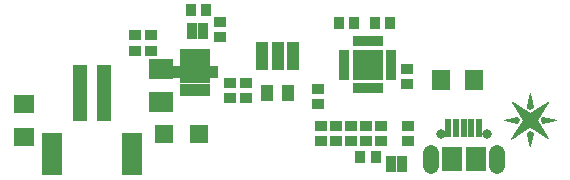
<source format=gbs>
G75*
%MOIN*%
%OFA0B0*%
%FSLAX24Y24*%
%IPPOS*%
%LPD*%
%AMOC8*
5,1,8,0,0,1.08239X$1,22.5*
%
%ADD10R,0.0198X0.0375*%
%ADD11R,0.0375X0.0198*%
%ADD12R,0.1024X0.1024*%
%ADD13R,0.0197X0.0415*%
%ADD14R,0.1025X0.0730*%
%ADD15R,0.0356X0.0190*%
%ADD16R,0.0592X0.0592*%
%ADD17R,0.0434X0.0356*%
%ADD18R,0.0356X0.0434*%
%ADD19R,0.0395X0.0552*%
%ADD20R,0.0474X0.1891*%
%ADD21R,0.0710X0.1419*%
%ADD22R,0.0710X0.0631*%
%ADD23R,0.0631X0.0710*%
%ADD24R,0.0789X0.0710*%
%ADD25R,0.0237X0.0611*%
%ADD26R,0.0671X0.0828*%
%ADD27C,0.0316*%
%ADD28C,0.0517*%
%ADD29R,0.0330X0.0580*%
%ADD30R,0.0395X0.0946*%
%ADD31C,0.0010*%
D10*
X015806Y004213D03*
X016003Y004213D03*
X016200Y004213D03*
X016397Y004213D03*
X016594Y004213D03*
X016594Y005787D03*
X016397Y005787D03*
X016200Y005787D03*
X016003Y005787D03*
X015806Y005787D03*
D11*
X015413Y005394D03*
X015413Y005197D03*
X015413Y005000D03*
X015413Y004803D03*
X015413Y004606D03*
X016987Y004606D03*
X016987Y004803D03*
X016987Y005000D03*
X016987Y005197D03*
X016987Y005394D03*
D12*
X016200Y005000D03*
D13*
X010844Y005331D03*
X010647Y005331D03*
X010450Y005331D03*
X010253Y005331D03*
X010056Y005331D03*
X010056Y004169D03*
X010253Y004169D03*
X010450Y004169D03*
X010647Y004169D03*
X010844Y004169D03*
D14*
X010450Y004750D03*
D15*
X011041Y004652D03*
X011041Y004848D03*
X009859Y004848D03*
X009859Y004652D03*
D16*
X009409Y002700D03*
X010591Y002700D03*
D17*
X011600Y003894D03*
X012150Y003894D03*
X012150Y004406D03*
X011600Y004406D03*
X008980Y005464D03*
X008440Y005464D03*
X008440Y005976D03*
X008980Y005976D03*
X011280Y005924D03*
X011280Y006436D03*
X014550Y004206D03*
X014550Y003694D03*
X014650Y002956D03*
X015150Y002956D03*
X015650Y002956D03*
X016150Y002956D03*
X016650Y002956D03*
X017550Y002956D03*
X017550Y002444D03*
X016650Y002444D03*
X016150Y002444D03*
X015650Y002444D03*
X015150Y002444D03*
X014650Y002444D03*
X017500Y004344D03*
X017500Y004856D03*
D18*
X016956Y006400D03*
X016444Y006400D03*
X015756Y006400D03*
X015244Y006400D03*
X010816Y006810D03*
X010304Y006810D03*
X015954Y001920D03*
X016466Y001920D03*
D19*
X013554Y004050D03*
X012846Y004050D03*
D20*
X007394Y004057D03*
X006606Y004057D03*
D21*
X005661Y002009D03*
X008339Y002009D03*
D22*
X004750Y002599D03*
X004750Y003701D03*
D23*
X018649Y004500D03*
X019751Y004500D03*
D24*
X009300Y004851D03*
X009300Y003749D03*
D25*
X018888Y002903D03*
X019144Y002903D03*
X019400Y002903D03*
X019656Y002903D03*
X019912Y002903D03*
D26*
X019006Y001854D03*
X019794Y001850D03*
D27*
X020168Y002677D03*
X018632Y002677D03*
D28*
X018307Y002068D02*
X018307Y001632D01*
X020493Y001632D02*
X020493Y002068D01*
D29*
X017327Y001700D03*
X016973Y001700D03*
X010697Y006120D03*
X010343Y006120D03*
D30*
X012669Y005300D03*
X013200Y005300D03*
X013712Y005300D03*
D31*
X020740Y003160D02*
X021180Y003250D01*
X021240Y003160D01*
X021180Y003070D01*
X020740Y003160D01*
X020754Y003157D02*
X021238Y003157D01*
X021236Y003166D02*
X020767Y003166D01*
X020796Y003149D02*
X021232Y003149D01*
X021227Y003140D02*
X020837Y003140D01*
X020879Y003132D02*
X021221Y003132D01*
X021215Y003123D02*
X020921Y003123D01*
X020962Y003115D02*
X021210Y003115D01*
X021204Y003106D02*
X021004Y003106D01*
X021045Y003098D02*
X021198Y003098D01*
X021193Y003089D02*
X021087Y003089D01*
X021128Y003081D02*
X021187Y003081D01*
X021181Y003072D02*
X021170Y003072D01*
X021231Y003174D02*
X020809Y003174D01*
X020850Y003183D02*
X021225Y003183D01*
X021219Y003191D02*
X020892Y003191D01*
X020933Y003200D02*
X021214Y003200D01*
X021208Y003208D02*
X020975Y003208D01*
X021017Y003217D02*
X021202Y003217D01*
X021197Y003225D02*
X021058Y003225D01*
X021100Y003234D02*
X021191Y003234D01*
X021185Y003242D02*
X021141Y003242D01*
X021276Y003327D02*
X021936Y003327D01*
X021941Y003336D02*
X021271Y003336D01*
X021265Y003344D02*
X021947Y003344D01*
X021952Y003353D02*
X021260Y003353D01*
X021255Y003361D02*
X021957Y003361D01*
X021963Y003370D02*
X021249Y003370D01*
X021244Y003378D02*
X021968Y003378D01*
X021973Y003387D02*
X021611Y003387D01*
X021600Y003380D02*
X022210Y003760D01*
X021830Y003160D01*
X022210Y002540D01*
X021600Y002940D01*
X020980Y002530D01*
X021380Y003160D01*
X021000Y003770D01*
X021600Y003380D01*
X021590Y003387D02*
X021239Y003387D01*
X021234Y003395D02*
X021577Y003395D01*
X021564Y003404D02*
X021228Y003404D01*
X021223Y003412D02*
X021551Y003412D01*
X021538Y003421D02*
X021218Y003421D01*
X021212Y003429D02*
X021525Y003429D01*
X021511Y003438D02*
X021207Y003438D01*
X021202Y003446D02*
X021498Y003446D01*
X021485Y003455D02*
X021196Y003455D01*
X021191Y003463D02*
X021472Y003463D01*
X021459Y003472D02*
X021186Y003472D01*
X021181Y003480D02*
X021446Y003480D01*
X021433Y003489D02*
X021175Y003489D01*
X021170Y003497D02*
X021420Y003497D01*
X021407Y003506D02*
X021165Y003506D01*
X021159Y003514D02*
X021394Y003514D01*
X021381Y003523D02*
X021154Y003523D01*
X021149Y003531D02*
X021368Y003531D01*
X021355Y003540D02*
X021144Y003540D01*
X021138Y003548D02*
X021341Y003548D01*
X021328Y003557D02*
X021133Y003557D01*
X021128Y003565D02*
X021315Y003565D01*
X021302Y003574D02*
X021122Y003574D01*
X021117Y003582D02*
X021289Y003582D01*
X021276Y003591D02*
X021112Y003591D01*
X021106Y003599D02*
X021263Y003599D01*
X021250Y003608D02*
X021101Y003608D01*
X021096Y003616D02*
X021237Y003616D01*
X021224Y003625D02*
X021091Y003625D01*
X021085Y003633D02*
X021211Y003633D01*
X021198Y003642D02*
X021080Y003642D01*
X021075Y003650D02*
X021185Y003650D01*
X021171Y003659D02*
X021069Y003659D01*
X021064Y003667D02*
X021158Y003667D01*
X021145Y003676D02*
X021059Y003676D01*
X021054Y003684D02*
X021132Y003684D01*
X021119Y003693D02*
X021048Y003693D01*
X021043Y003701D02*
X021106Y003701D01*
X021093Y003710D02*
X021038Y003710D01*
X021032Y003718D02*
X021080Y003718D01*
X021067Y003727D02*
X021027Y003727D01*
X021022Y003735D02*
X021054Y003735D01*
X021041Y003744D02*
X021016Y003744D01*
X021011Y003752D02*
X021028Y003752D01*
X021014Y003761D02*
X021006Y003761D01*
X021001Y003769D02*
X021001Y003769D01*
X021517Y003659D02*
X021683Y003659D01*
X021681Y003667D02*
X021519Y003667D01*
X021521Y003676D02*
X021679Y003676D01*
X021677Y003684D02*
X021523Y003684D01*
X021524Y003693D02*
X021676Y003693D01*
X021674Y003701D02*
X021526Y003701D01*
X021528Y003710D02*
X021672Y003710D01*
X021670Y003718D02*
X021530Y003718D01*
X021532Y003727D02*
X021668Y003727D01*
X021666Y003735D02*
X021534Y003735D01*
X021536Y003744D02*
X021664Y003744D01*
X021663Y003752D02*
X021537Y003752D01*
X021539Y003761D02*
X021661Y003761D01*
X021659Y003769D02*
X021541Y003769D01*
X021543Y003778D02*
X021657Y003778D01*
X021655Y003786D02*
X021545Y003786D01*
X021547Y003795D02*
X021653Y003795D01*
X021652Y003803D02*
X021548Y003803D01*
X021550Y003812D02*
X021650Y003812D01*
X021648Y003820D02*
X021552Y003820D01*
X021554Y003829D02*
X021646Y003829D01*
X021644Y003837D02*
X021556Y003837D01*
X021558Y003846D02*
X021642Y003846D01*
X021640Y003854D02*
X021560Y003854D01*
X021561Y003863D02*
X021639Y003863D01*
X021637Y003871D02*
X021563Y003871D01*
X021565Y003880D02*
X021635Y003880D01*
X021633Y003888D02*
X021567Y003888D01*
X021569Y003897D02*
X021631Y003897D01*
X021629Y003905D02*
X021571Y003905D01*
X021573Y003914D02*
X021627Y003914D01*
X021626Y003922D02*
X021574Y003922D01*
X021576Y003931D02*
X021624Y003931D01*
X021622Y003939D02*
X021578Y003939D01*
X021580Y003948D02*
X021620Y003948D01*
X021618Y003956D02*
X021582Y003956D01*
X021584Y003965D02*
X021616Y003965D01*
X021615Y003973D02*
X021585Y003973D01*
X021587Y003982D02*
X021613Y003982D01*
X021611Y003990D02*
X021589Y003990D01*
X021591Y003999D02*
X021609Y003999D01*
X021607Y004007D02*
X021593Y004007D01*
X021595Y004016D02*
X021605Y004016D01*
X021603Y004024D02*
X021597Y004024D01*
X021598Y004033D02*
X021602Y004033D01*
X021600Y004040D02*
X021500Y003580D01*
X021600Y003520D01*
X021700Y003580D01*
X021600Y004040D01*
X022129Y003710D02*
X022178Y003710D01*
X022183Y003718D02*
X022143Y003718D01*
X022156Y003727D02*
X022189Y003727D01*
X022194Y003735D02*
X022170Y003735D01*
X022184Y003744D02*
X022200Y003744D01*
X022197Y003752D02*
X022205Y003752D01*
X022173Y003701D02*
X022115Y003701D01*
X022102Y003693D02*
X022167Y003693D01*
X022162Y003684D02*
X022088Y003684D01*
X022074Y003676D02*
X022157Y003676D01*
X022151Y003667D02*
X022061Y003667D01*
X022047Y003659D02*
X022146Y003659D01*
X022140Y003650D02*
X022034Y003650D01*
X022020Y003642D02*
X022135Y003642D01*
X022130Y003633D02*
X022006Y003633D01*
X021993Y003625D02*
X022124Y003625D01*
X022119Y003616D02*
X021979Y003616D01*
X021965Y003608D02*
X022113Y003608D01*
X022108Y003599D02*
X021952Y003599D01*
X021938Y003591D02*
X022103Y003591D01*
X022097Y003582D02*
X021924Y003582D01*
X021911Y003574D02*
X022092Y003574D01*
X022087Y003565D02*
X021897Y003565D01*
X021883Y003557D02*
X022081Y003557D01*
X022076Y003548D02*
X021870Y003548D01*
X021856Y003540D02*
X022070Y003540D01*
X022065Y003531D02*
X021843Y003531D01*
X021829Y003523D02*
X022060Y003523D01*
X022054Y003514D02*
X021815Y003514D01*
X021802Y003506D02*
X022049Y003506D01*
X022043Y003497D02*
X021788Y003497D01*
X021774Y003489D02*
X022038Y003489D01*
X022033Y003480D02*
X021761Y003480D01*
X021747Y003472D02*
X022027Y003472D01*
X022022Y003463D02*
X021733Y003463D01*
X021720Y003455D02*
X022017Y003455D01*
X022011Y003446D02*
X021706Y003446D01*
X021692Y003438D02*
X022006Y003438D01*
X022000Y003429D02*
X021679Y003429D01*
X021665Y003421D02*
X021995Y003421D01*
X021990Y003412D02*
X021651Y003412D01*
X021638Y003404D02*
X021984Y003404D01*
X021979Y003395D02*
X021624Y003395D01*
X021604Y003523D02*
X021596Y003523D01*
X021582Y003531D02*
X021618Y003531D01*
X021633Y003540D02*
X021567Y003540D01*
X021553Y003548D02*
X021647Y003548D01*
X021661Y003557D02*
X021539Y003557D01*
X021525Y003565D02*
X021675Y003565D01*
X021689Y003574D02*
X021511Y003574D01*
X021500Y003582D02*
X021700Y003582D01*
X021698Y003591D02*
X021502Y003591D01*
X021504Y003599D02*
X021696Y003599D01*
X021694Y003608D02*
X021506Y003608D01*
X021508Y003616D02*
X021692Y003616D01*
X021690Y003625D02*
X021510Y003625D01*
X021512Y003633D02*
X021688Y003633D01*
X021687Y003642D02*
X021513Y003642D01*
X021515Y003650D02*
X021685Y003650D01*
X021930Y003319D02*
X021281Y003319D01*
X021287Y003310D02*
X021925Y003310D01*
X021920Y003302D02*
X021292Y003302D01*
X021297Y003293D02*
X021914Y003293D01*
X021909Y003285D02*
X021302Y003285D01*
X021308Y003276D02*
X021904Y003276D01*
X021898Y003268D02*
X021313Y003268D01*
X021318Y003259D02*
X021893Y003259D01*
X021887Y003251D02*
X021324Y003251D01*
X021329Y003242D02*
X021882Y003242D01*
X021877Y003234D02*
X021334Y003234D01*
X021339Y003225D02*
X021871Y003225D01*
X021866Y003217D02*
X021345Y003217D01*
X021350Y003208D02*
X021860Y003208D01*
X021855Y003200D02*
X021355Y003200D01*
X021361Y003191D02*
X021850Y003191D01*
X021844Y003183D02*
X021366Y003183D01*
X021371Y003174D02*
X021839Y003174D01*
X021834Y003166D02*
X021377Y003166D01*
X021378Y003157D02*
X021832Y003157D01*
X021837Y003149D02*
X021373Y003149D01*
X021367Y003140D02*
X021842Y003140D01*
X021847Y003132D02*
X021362Y003132D01*
X021357Y003123D02*
X021853Y003123D01*
X021858Y003115D02*
X021351Y003115D01*
X021346Y003106D02*
X021863Y003106D01*
X021868Y003098D02*
X021340Y003098D01*
X021335Y003089D02*
X021873Y003089D01*
X021879Y003081D02*
X021330Y003081D01*
X021324Y003072D02*
X021884Y003072D01*
X021889Y003064D02*
X021319Y003064D01*
X021313Y003055D02*
X021894Y003055D01*
X021900Y003047D02*
X021308Y003047D01*
X021303Y003038D02*
X021905Y003038D01*
X021910Y003030D02*
X021297Y003030D01*
X021292Y003021D02*
X021915Y003021D01*
X021920Y003013D02*
X021286Y003013D01*
X021281Y003004D02*
X021926Y003004D01*
X021931Y002996D02*
X021276Y002996D01*
X021270Y002987D02*
X021936Y002987D01*
X021941Y002979D02*
X021265Y002979D01*
X021259Y002970D02*
X021946Y002970D01*
X021952Y002962D02*
X021254Y002962D01*
X021249Y002953D02*
X021957Y002953D01*
X021962Y002945D02*
X021243Y002945D01*
X021238Y002936D02*
X021594Y002936D01*
X021606Y002936D02*
X021967Y002936D01*
X021972Y002928D02*
X021619Y002928D01*
X021632Y002919D02*
X021978Y002919D01*
X021983Y002911D02*
X021645Y002911D01*
X021658Y002902D02*
X021988Y002902D01*
X021993Y002894D02*
X021671Y002894D01*
X021684Y002885D02*
X021999Y002885D01*
X022004Y002877D02*
X021697Y002877D01*
X021710Y002868D02*
X022009Y002868D01*
X022014Y002860D02*
X021723Y002860D01*
X021736Y002851D02*
X022019Y002851D01*
X022025Y002843D02*
X021749Y002843D01*
X021762Y002834D02*
X022030Y002834D01*
X022035Y002826D02*
X021775Y002826D01*
X021788Y002817D02*
X022040Y002817D01*
X022045Y002809D02*
X021800Y002809D01*
X021813Y002800D02*
X022051Y002800D01*
X022056Y002792D02*
X021826Y002792D01*
X021839Y002783D02*
X022061Y002783D01*
X022066Y002775D02*
X021852Y002775D01*
X021865Y002766D02*
X022071Y002766D01*
X022077Y002758D02*
X021878Y002758D01*
X021891Y002749D02*
X022082Y002749D01*
X022087Y002741D02*
X021904Y002741D01*
X021917Y002732D02*
X022092Y002732D01*
X022098Y002724D02*
X021930Y002724D01*
X021943Y002715D02*
X022103Y002715D01*
X022108Y002707D02*
X021956Y002707D01*
X021969Y002698D02*
X022113Y002698D01*
X022118Y002690D02*
X021982Y002690D01*
X021995Y002681D02*
X022124Y002681D01*
X022129Y002673D02*
X022008Y002673D01*
X022021Y002664D02*
X022134Y002664D01*
X022139Y002656D02*
X022034Y002656D01*
X022047Y002647D02*
X022144Y002647D01*
X022150Y002639D02*
X022060Y002639D01*
X022073Y002630D02*
X022155Y002630D01*
X022160Y002622D02*
X022086Y002622D01*
X022099Y002613D02*
X022165Y002613D01*
X022170Y002605D02*
X022112Y002605D01*
X022125Y002596D02*
X022176Y002596D01*
X022181Y002588D02*
X022137Y002588D01*
X022150Y002579D02*
X022186Y002579D01*
X022191Y002571D02*
X022163Y002571D01*
X022176Y002562D02*
X022196Y002562D01*
X022189Y002554D02*
X022202Y002554D01*
X022202Y002545D02*
X022207Y002545D01*
X021687Y002664D02*
X021513Y002664D01*
X021515Y002656D02*
X021685Y002656D01*
X021683Y002647D02*
X021517Y002647D01*
X021519Y002639D02*
X021681Y002639D01*
X021680Y002630D02*
X021520Y002630D01*
X021522Y002622D02*
X021678Y002622D01*
X021676Y002613D02*
X021524Y002613D01*
X021526Y002605D02*
X021674Y002605D01*
X021672Y002596D02*
X021528Y002596D01*
X021530Y002588D02*
X021670Y002588D01*
X021668Y002579D02*
X021532Y002579D01*
X021534Y002571D02*
X021666Y002571D01*
X021664Y002562D02*
X021536Y002562D01*
X021538Y002554D02*
X021662Y002554D01*
X021660Y002545D02*
X021540Y002545D01*
X021542Y002537D02*
X021658Y002537D01*
X021656Y002528D02*
X021544Y002528D01*
X021546Y002520D02*
X021654Y002520D01*
X021653Y002511D02*
X021547Y002511D01*
X021549Y002503D02*
X021651Y002503D01*
X021649Y002494D02*
X021551Y002494D01*
X021553Y002486D02*
X021647Y002486D01*
X021645Y002477D02*
X021555Y002477D01*
X021557Y002469D02*
X021643Y002469D01*
X021641Y002460D02*
X021559Y002460D01*
X021561Y002452D02*
X021639Y002452D01*
X021637Y002443D02*
X021563Y002443D01*
X021565Y002435D02*
X021635Y002435D01*
X021633Y002426D02*
X021567Y002426D01*
X021569Y002418D02*
X021631Y002418D01*
X021629Y002409D02*
X021571Y002409D01*
X021573Y002401D02*
X021627Y002401D01*
X021625Y002392D02*
X021575Y002392D01*
X021576Y002384D02*
X021624Y002384D01*
X021622Y002375D02*
X021578Y002375D01*
X021580Y002367D02*
X021620Y002367D01*
X021618Y002358D02*
X021582Y002358D01*
X021584Y002350D02*
X021616Y002350D01*
X021614Y002341D02*
X021586Y002341D01*
X021588Y002333D02*
X021612Y002333D01*
X021610Y002324D02*
X021590Y002324D01*
X021592Y002316D02*
X021608Y002316D01*
X021606Y002307D02*
X021594Y002307D01*
X021596Y002299D02*
X021604Y002299D01*
X021602Y002290D02*
X021598Y002290D01*
X021600Y002282D02*
X021600Y002282D01*
X021600Y002280D02*
X021500Y002720D01*
X021600Y002790D01*
X021700Y002720D01*
X021600Y002280D01*
X021003Y002545D02*
X020990Y002545D01*
X020990Y002537D02*
X020984Y002537D01*
X020995Y002554D02*
X021016Y002554D01*
X021028Y002562D02*
X021000Y002562D01*
X021006Y002571D02*
X021041Y002571D01*
X021054Y002579D02*
X021011Y002579D01*
X021017Y002588D02*
X021067Y002588D01*
X021080Y002596D02*
X021022Y002596D01*
X021027Y002605D02*
X021093Y002605D01*
X021106Y002613D02*
X021033Y002613D01*
X021038Y002622D02*
X021118Y002622D01*
X021131Y002630D02*
X021044Y002630D01*
X021049Y002639D02*
X021144Y002639D01*
X021157Y002647D02*
X021054Y002647D01*
X021060Y002656D02*
X021170Y002656D01*
X021183Y002664D02*
X021065Y002664D01*
X021071Y002673D02*
X021196Y002673D01*
X021208Y002681D02*
X021076Y002681D01*
X021081Y002690D02*
X021221Y002690D01*
X021234Y002698D02*
X021087Y002698D01*
X021092Y002707D02*
X021247Y002707D01*
X021260Y002715D02*
X021097Y002715D01*
X021103Y002724D02*
X021273Y002724D01*
X021286Y002732D02*
X021108Y002732D01*
X021114Y002741D02*
X021298Y002741D01*
X021311Y002749D02*
X021119Y002749D01*
X021124Y002758D02*
X021324Y002758D01*
X021337Y002766D02*
X021130Y002766D01*
X021135Y002775D02*
X021350Y002775D01*
X021363Y002783D02*
X021141Y002783D01*
X021146Y002792D02*
X021376Y002792D01*
X021388Y002800D02*
X021151Y002800D01*
X021157Y002809D02*
X021401Y002809D01*
X021414Y002817D02*
X021162Y002817D01*
X021168Y002826D02*
X021427Y002826D01*
X021440Y002834D02*
X021173Y002834D01*
X021178Y002843D02*
X021453Y002843D01*
X021465Y002851D02*
X021184Y002851D01*
X021189Y002860D02*
X021478Y002860D01*
X021491Y002868D02*
X021195Y002868D01*
X021200Y002877D02*
X021504Y002877D01*
X021517Y002885D02*
X021205Y002885D01*
X021211Y002894D02*
X021530Y002894D01*
X021543Y002902D02*
X021216Y002902D01*
X021222Y002911D02*
X021555Y002911D01*
X021568Y002919D02*
X021227Y002919D01*
X021232Y002928D02*
X021581Y002928D01*
X021590Y002783D02*
X021610Y002783D01*
X021622Y002775D02*
X021578Y002775D01*
X021566Y002766D02*
X021634Y002766D01*
X021646Y002758D02*
X021554Y002758D01*
X021541Y002749D02*
X021659Y002749D01*
X021671Y002741D02*
X021529Y002741D01*
X021517Y002732D02*
X021683Y002732D01*
X021695Y002724D02*
X021505Y002724D01*
X021501Y002715D02*
X021699Y002715D01*
X021697Y002707D02*
X021503Y002707D01*
X021505Y002698D02*
X021695Y002698D01*
X021693Y002690D02*
X021507Y002690D01*
X021509Y002681D02*
X021691Y002681D01*
X021689Y002673D02*
X021511Y002673D01*
X022020Y003070D02*
X021960Y003160D01*
X022020Y003250D01*
X022480Y003160D01*
X022020Y003070D01*
X022019Y003072D02*
X022031Y003072D01*
X022013Y003081D02*
X022074Y003081D01*
X022117Y003089D02*
X022007Y003089D01*
X022002Y003098D02*
X022161Y003098D01*
X022204Y003106D02*
X021996Y003106D01*
X021990Y003115D02*
X022248Y003115D01*
X022291Y003123D02*
X021985Y003123D01*
X021979Y003132D02*
X022335Y003132D01*
X022378Y003140D02*
X021973Y003140D01*
X021968Y003149D02*
X022422Y003149D01*
X022408Y003174D02*
X021969Y003174D01*
X021964Y003166D02*
X022452Y003166D01*
X022465Y003157D02*
X021962Y003157D01*
X021975Y003183D02*
X022365Y003183D01*
X022321Y003191D02*
X021981Y003191D01*
X021986Y003200D02*
X022278Y003200D01*
X022234Y003208D02*
X021992Y003208D01*
X021998Y003217D02*
X022191Y003217D01*
X022147Y003225D02*
X022003Y003225D01*
X022009Y003234D02*
X022104Y003234D01*
X022061Y003242D02*
X022015Y003242D01*
M02*

</source>
